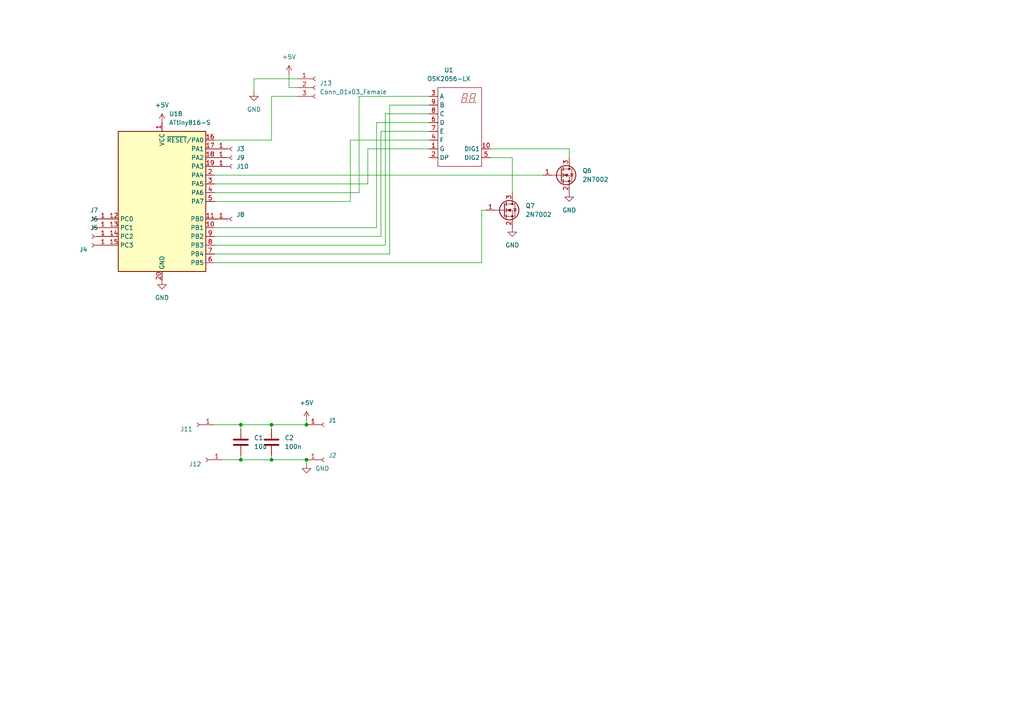
<source format=kicad_sch>
(kicad_sch (version 20211123) (generator eeschema)
  (paper "A4")
  (lib_symbols
    (symbol "Connector:Conn_01x01_Female" (pin_names (offset 1.016) hide)
      (property "Reference" "J" (at 0 2.54 0))
      (property "Value" "Conn_01x01_Female" (at 0 -2.54 0))
      (symbol "Conn_01x01_Female_1_1"
        (polyline (pts (xy -1.27 0) (xy -0.508 0)) (stroke (width 0.1524)))
        (arc (start 0 0.508) (mid -0.508 0) (end 0 -0.508) (stroke (width 0.1524)))
        (pin passive line (at -5.08 0 0) (length 3.81) (name "Pin_1") (number "1"))
      )
    )
    (symbol "Connector:Conn_01x03_Female" (pin_names (offset 1.016) hide)
      (property "Reference" "J" (at 0 5.08 0))
      (property "Value" "Conn_01x03_Female" (at 0 -5.08 0))
      (symbol "Conn_01x03_Female_1_1"
        (arc (start 0 -2.032) (mid -0.508 -2.54) (end 0 -3.048) (stroke (width 0.1524)))
        (polyline (pts (xy -1.27 -2.54) (xy -0.508 -2.54)) (stroke (width 0.1524)))
        (polyline (pts (xy -1.27 0) (xy -0.508 0)) (stroke (width 0.1524)))
        (polyline (pts (xy -1.27 2.54) (xy -0.508 2.54)) (stroke (width 0.1524)))
        (arc (start 0 0.508) (mid -0.508 0) (end 0 -0.508) (stroke (width 0.1524)))
        (arc (start 0 3.048) (mid -0.508 2.54) (end 0 2.032) (stroke (width 0.1524)))
        (pin passive line (at -5.08 2.54 0) (length 3.81) (name "Pin_1") (number "1"))
        (pin passive line (at -5.08 0 0) (length 3.81) (name "Pin_2") (number "2"))
        (pin passive line (at -5.08 -2.54 0) (length 3.81) (name "Pin_3") (number "3"))
      )
    )
    (symbol "Device:C" (pin_numbers hide) (pin_names (offset 0.254))
      (property "Reference" "C" (at 0.635 2.54 0))
      (property "Value" "C" (at 0.635 -2.54 0))
      (symbol "C_0_1"
        (polyline (pts (xy -2.032 -0.762) (xy 2.032 -0.762)) (stroke (width 0.508)))
        (polyline (pts (xy -2.032 0.762) (xy 2.032 0.762)) (stroke (width 0.508)))
      )
      (symbol "C_1_1"
        (pin passive line (at 0 3.81 270) (length 2.794) (name "~") (number "1"))
        (pin passive line (at 0 -3.81 90) (length 2.794) (name "~") (number "2"))
      )
    )
    (symbol "Display_Character:OSK2056-LX"
      (property "Reference" "U" (at 4.064 3.556 0))
      (property "Value" "OSK2056-LX" (at 8.89 -21.59 0))
      (symbol "OSK2056-LX_0_1"
        (polyline (pts (xy -3.81 -30.48) (xy -3.81 -30.48)))
        (polyline (pts (xy -3.81 -30.48) (xy -3.81 -30.48)))
        (polyline (pts (xy -3.81 -30.48) (xy -3.81 -30.48)))
        (polyline (pts (xy -3.81 -30.48) (xy -3.81 -30.48)))
        (polyline (pts (xy -3.81 -30.48) (xy -3.81 -30.48)))
        (polyline (pts (xy -3.81 -30.48) (xy -3.81 -30.48)))
        (polyline (pts (xy -3.81 -30.48) (xy -3.81 -30.48)))
        (polyline (pts (xy -3.81 -30.48) (xy -3.81 -30.48)))
        (polyline (pts (xy -3.81 -30.48) (xy -3.81 -30.48)))
        (polyline (pts (xy -3.81 -30.48) (xy -3.81 -30.48)))
        (polyline (pts (xy 2.54 1.27) (xy 2.54 1.27)))
        (polyline (pts (xy 9.398 -1.778) (xy 10.668 -1.778)))
        (polyline (pts (xy 9.652 -0.762) (xy 9.398 -1.524)))
        (polyline (pts (xy 9.652 -0.508) (xy 10.922 -0.508)))
        (polyline (pts (xy 9.906 0.508) (xy 9.652 -0.254)))
        (polyline (pts (xy 9.906 0.762) (xy 11.176 0.762)))
        (polyline (pts (xy 10.922 -0.762) (xy 10.668 -1.524)))
        (polyline (pts (xy 11.176 0.508) (xy 10.922 -0.254)))
        (polyline (pts (xy 11.684 -1.778) (xy 12.954 -1.778)))
        (polyline (pts (xy 11.938 -0.762) (xy 11.684 -1.524)))
        (polyline (pts (xy 11.938 -0.508) (xy 13.208 -0.508)))
        (polyline (pts (xy 12.192 0.508) (xy 11.938 -0.254)))
        (polyline (pts (xy 12.192 0.762) (xy 13.462 0.762)))
        (polyline (pts (xy 13.208 -0.762) (xy 12.954 -1.524)))
        (polyline (pts (xy 13.462 0.508) (xy 13.208 -0.254)))
        (polyline (pts (xy 2.54 2.54) (xy 2.54 -20.32) (xy 15.24 -20.32) (xy 15.24 2.54) (xy 2.54 2.54)))
        (circle (center 11.176 -1.778) (radius 0.0001))
        (circle (center 13.462 -1.778) (radius 0.0001))
      )
      (symbol "OSK2056-LX_1_1"
        (pin input line (at 0 -15.24 0) (length 2.54) (name "G") (number "1"))
        (pin input line (at 17.78 -15.24 180) (length 2.54) (name "DIG1") (number "10"))
        (pin input line (at 0 -17.78 0) (length 2.54) (name "DP") (number "2"))
        (pin input line (at 0 0 0) (length 2.54) (name "A") (number "3"))
        (pin input line (at 0 -12.7 0) (length 2.54) (name "F") (number "4"))
        (pin input line (at 17.78 -17.78 180) (length 2.54) (name "DIG2") (number "5"))
        (pin input line (at 0 -7.62 0) (length 2.54) (name "D") (number "6"))
        (pin input line (at 0 -10.16 0) (length 2.54) (name "E") (number "7"))
        (pin input line (at 0 -5.08 0) (length 2.54) (name "C") (number "8"))
        (pin input line (at 0 -2.54 0) (length 2.54) (name "B") (number "9"))
      )
    )
    (symbol "MCU_Microchip_ATtiny:ATtiny816-S"
      (property "Reference" "U" (at -12.7 21.59 0))
      (property "Value" "ATtiny816-S" (at 2.54 -21.59 0))
      (symbol "ATtiny816-S_0_1"
        (rectangle (start -12.7 -20.32) (end 12.7 20.32) (stroke (width 0.254)) (fill (type background)))
      )
      (symbol "ATtiny816-S_1_1"
        (pin power_in line (at 0 22.86 270) (length 2.54) (name "VCC") (number "1"))
        (pin bidirectional line (at 15.24 -7.62 180) (length 2.54) (name "PB1") (number "10"))
        (pin bidirectional line (at 15.24 -5.08 180) (length 2.54) (name "PB0") (number "11"))
        (pin bidirectional line (at -15.24 -5.08 0) (length 2.54) (name "PC0") (number "12"))
        (pin bidirectional line (at -15.24 -7.62 0) (length 2.54) (name "PC1") (number "13"))
        (pin bidirectional line (at -15.24 -10.16 0) (length 2.54) (name "PC2") (number "14"))
        (pin bidirectional line (at -15.24 -12.7 0) (length 2.54) (name "PC3") (number "15"))
        (pin bidirectional line (at 15.24 17.78 180) (length 2.54) (name "~{RESET}/PA0") (number "16"))
        (pin bidirectional line (at 15.24 15.24 180) (length 2.54) (name "PA1") (number "17"))
        (pin bidirectional line (at 15.24 12.7 180) (length 2.54) (name "PA2") (number "18"))
        (pin bidirectional line (at 15.24 10.16 180) (length 2.54) (name "PA3") (number "19"))
        (pin bidirectional line (at 15.24 7.62 180) (length 2.54) (name "PA4") (number "2"))
        (pin power_in line (at 0 -22.86 90) (length 2.54) (name "GND") (number "20"))
        (pin bidirectional line (at 15.24 5.08 180) (length 2.54) (name "PA5") (number "3"))
        (pin bidirectional line (at 15.24 2.54 180) (length 2.54) (name "PA6") (number "4"))
        (pin bidirectional line (at 15.24 0 180) (length 2.54) (name "PA7") (number "5"))
        (pin bidirectional line (at 15.24 -17.78 180) (length 2.54) (name "PB5") (number "6"))
        (pin bidirectional line (at 15.24 -15.24 180) (length 2.54) (name "PB4") (number "7"))
        (pin bidirectional line (at 15.24 -12.7 180) (length 2.54) (name "PB3") (number "8"))
        (pin bidirectional line (at 15.24 -10.16 180) (length 2.54) (name "PB2") (number "9"))
      )
    )
    (symbol "Transistor_FET:2N7002" (pin_names hide)
      (property "Reference" "Q" (at 5.08 1.905 0))
      (property "Value" "2N7002" (at 5.08 0 0))
      (symbol "2N7002_0_1"
        (polyline (pts (xy 0.254 0) (xy -2.54 0)))
        (polyline (pts (xy 0.254 1.905) (xy 0.254 -1.905)) (stroke (width 0.254)))
        (polyline (pts (xy 0.762 -1.27) (xy 0.762 -2.286)) (stroke (width 0.254)))
        (polyline (pts (xy 0.762 0.508) (xy 0.762 -0.508)) (stroke (width 0.254)))
        (polyline (pts (xy 0.762 2.286) (xy 0.762 1.27)) (stroke (width 0.254)))
        (polyline (pts (xy 2.54 2.54) (xy 2.54 1.778)))
        (polyline (pts (xy 2.54 -2.54) (xy 2.54 0) (xy 0.762 0)))
        (polyline (pts (xy 0.762 -1.778) (xy 3.302 -1.778) (xy 3.302 1.778) (xy 0.762 1.778)))
        (polyline (pts (xy 1.016 0) (xy 2.032 0.381) (xy 2.032 -0.381) (xy 1.016 0)) (fill (type outline)))
        (polyline (pts (xy 2.794 0.508) (xy 2.921 0.381) (xy 3.683 0.381) (xy 3.81 0.254)))
        (polyline (pts (xy 3.302 0.381) (xy 2.921 -0.254) (xy 3.683 -0.254) (xy 3.302 0.381)))
        (circle (center 1.651 0) (radius 2.794) (stroke (width 0.254)))
        (circle (center 2.54 -1.778) (radius 0.254) (fill (type outline)))
        (circle (center 2.54 1.778) (radius 0.254) (fill (type outline)))
      )
      (symbol "2N7002_1_1"
        (pin input line (at -5.08 0 0) (length 2.54) (name "G") (number "1"))
        (pin passive line (at 2.54 -5.08 90) (length 2.54) (name "S") (number "2"))
        (pin passive line (at 2.54 5.08 270) (length 2.54) (name "D") (number "3"))
      )
    )
    (symbol "power:+5V" (power) (pin_names (offset 0))
      (property "Value" "+5V" (at 0 3.556 0))
      (symbol "+5V_0_1"
        (polyline (pts (xy -0.762 1.27) (xy 0 2.54)))
        (polyline (pts (xy 0 0) (xy 0 2.54)))
        (polyline (pts (xy 0 2.54) (xy 0.762 1.27)))
      )
      (symbol "+5V_1_1"
        (pin power_in line (at 0 0 90) (length 0) hide (name "+5V") (number "1"))
      )
    )
    (symbol "power:GND" (power) (pin_names (offset 0))
      (property "Value" "GND" (at 0 -3.81 0))
      (symbol "GND_0_1"
        (polyline (pts (xy 0 0) (xy 0 -1.27) (xy 1.27 -1.27) (xy 0 -2.54) (xy -1.27 -1.27) (xy 0 -1.27)))
      )
      (symbol "GND_1_1"
        (pin power_in line (at 0 0 270) (length 0) hide (name "GND") (number "1"))
      )
    )
  )
  (junction (at 78.74 133.35))
  (junction (at 88.9 123.19))
  (junction (at 69.85 133.35))
  (junction (at 88.9 133.35))
  (junction (at 69.85 123.19))
  (junction (at 78.74 123.19))
  (wire (pts (xy 142.24 43.18) (xy 165.1 43.18)))
  (wire (pts (xy 104.14 27.94) (xy 124.46 27.94)))
  (wire (pts (xy 124.46 40.64) (xy 101.6 40.64)))
  (wire (pts (xy 111.76 33.02) (xy 124.46 33.02)))
  (wire (pts (xy 62.23 50.8) (xy 157.48 50.8)))
  (wire (pts (xy 69.85 133.35) (xy 78.74 133.35)))
  (wire (pts (xy 111.76 71.12) (xy 111.76 33.02)))
  (wire (pts (xy 109.22 66.04) (xy 109.22 35.56)))
  (wire (pts (xy 106.68 53.34) (xy 62.23 53.34)))
  (wire (pts (xy 78.74 40.64) (xy 78.74 27.94)))
  (wire (pts (xy 62.23 76.2) (xy 139.7 76.2)))
  (wire (pts (xy 78.74 123.19) (xy 69.85 123.19)))
  (wire (pts (xy 69.85 123.19) (xy 69.85 124.46)))
  (wire (pts (xy 113.03 30.48) (xy 113.03 73.66)))
  (wire (pts (xy 78.74 133.35) (xy 88.9 133.35)))
  (wire (pts (xy 148.59 55.88) (xy 148.59 45.72)))
  (wire (pts (xy 62.23 55.88) (xy 104.14 55.88)))
  (wire (pts (xy 62.23 123.19) (xy 69.85 123.19)))
  (wire (pts (xy 165.1 43.18) (xy 165.1 45.72)))
  (wire (pts (xy 69.85 132.08) (xy 69.85 133.35)))
  (wire (pts (xy 139.7 60.96) (xy 140.97 60.96)))
  (wire (pts (xy 139.7 76.2) (xy 139.7 60.96)))
  (wire (pts (xy 62.23 66.04) (xy 109.22 66.04)))
  (wire (pts (xy 62.23 40.64) (xy 78.74 40.64)))
  (wire (pts (xy 113.03 73.66) (xy 62.23 73.66)))
  (wire (pts (xy 86.36 22.86) (xy 73.66 22.86)))
  (wire (pts (xy 101.6 40.64) (xy 101.6 58.42)))
  (wire (pts (xy 73.66 22.86) (xy 73.66 26.67)))
  (wire (pts (xy 101.6 58.42) (xy 62.23 58.42)))
  (wire (pts (xy 83.82 25.4) (xy 83.82 21.59)))
  (wire (pts (xy 78.74 123.19) (xy 78.74 124.46)))
  (wire (pts (xy 88.9 121.92) (xy 88.9 123.19)))
  (wire (pts (xy 88.9 133.35) (xy 88.9 134.62)))
  (wire (pts (xy 104.14 55.88) (xy 104.14 27.94)))
  (wire (pts (xy 110.49 38.1) (xy 110.49 68.58)))
  (wire (pts (xy 106.68 43.18) (xy 106.68 53.34)))
  (wire (pts (xy 124.46 43.18) (xy 106.68 43.18)))
  (wire (pts (xy 124.46 38.1) (xy 110.49 38.1)))
  (wire (pts (xy 109.22 35.56) (xy 124.46 35.56)))
  (wire (pts (xy 86.36 25.4) (xy 83.82 25.4)))
  (wire (pts (xy 64.77 133.35) (xy 69.85 133.35)))
  (wire (pts (xy 124.46 30.48) (xy 113.03 30.48)))
  (wire (pts (xy 78.74 132.08) (xy 78.74 133.35)))
  (wire (pts (xy 110.49 68.58) (xy 62.23 68.58)))
  (wire (pts (xy 142.24 45.72) (xy 148.59 45.72)))
  (wire (pts (xy 78.74 27.94) (xy 86.36 27.94)))
  (wire (pts (xy 62.23 71.12) (xy 111.76 71.12)))
  (wire (pts (xy 88.9 123.19) (xy 78.74 123.19)))
  (symbol (lib_id "Transistor_FET:2N7002") (at 162.56 50.8 0) (unit 1)
    (property "Reference" "Q6" (at 168.91 49.5299 0) (effects (justify left)))
    (property "Value" "2N7002" (at 168.91 52.0699 0) (effects (justify left)))
    (property "Footprint" "Package_TO_SOT_SMD:SOT-23" (effects hide))
    (property "Datasheet" "https://www.onsemi.com/pub/Collateral/NDS7002A-D.PDF" (effects hide))
  )
  (symbol (lib_id "power:+5V") (at 83.82 21.59 0) (unit 1)
    (property "Reference" "#PWR0108" (effects hide))
    (property "Value" "+5V" (at 83.82 16.51 0))
  )
  (symbol (lib_id "power:GND") (at 88.9 134.62 0) (unit 1)
    (property "Reference" "#PWR0106" (effects hide))
    (property "Value" "GND" (at 91.44 135.8899 0) (effects (justify left)))
  )
  (symbol (lib_id "Device:C") (at 78.74 128.27 0) (unit 1)
    (property "Reference" "C2" (at 82.55 126.9999 0) (effects (justify left)))
    (property "Value" "100n" (at 82.55 129.5399 0) (effects (justify left)))
    (property "Footprint" "Capacitor_SMD:C_0805_2012Metric_Pad1.18x1.45mm_HandSolder" (effects hide))
  )
  (symbol (lib_id "Connector:Conn_01x01_Female") (at 26.67 63.5 180) (unit 1)
    (property "Reference" "J7" (at 27.305 60.96 0))
    (property "Value" "Conn_01x01_Female" (effects hide))
    (property "Footprint" "Connector_PinHeader_2.54mm:PinHeader_1x01_P2.54mm_Vertical" (effects hide))
  )
  (symbol (lib_id "power:GND") (at 46.99 81.28 0) (unit 1)
    (property "Reference" "#PWR0103" (effects hide))
    (property "Value" "GND" (at 46.99 86.36 0))
  )
  (symbol (lib_id "Connector:Conn_01x01_Female") (at 26.67 71.12 180) (unit 1)
    (property "Reference" "J4" (at 25.4 72.3901 0) (effects (justify left)))
    (property "Value" "Conn_01x01_Female" (effects hide))
    (property "Footprint" "Connector_PinHeader_2.54mm:PinHeader_1x01_P2.54mm_Vertical" (effects hide))
  )
  (symbol (lib_id "Connector:Conn_01x01_Female") (at 26.67 66.04 180) (unit 1)
    (property "Reference" "J6" (at 27.305 63.5 0))
    (property "Value" "Conn_01x01_Female" (effects hide))
    (property "Footprint" "Connector_PinHeader_2.54mm:PinHeader_1x01_P2.54mm_Vertical" (effects hide))
  )
  (symbol (lib_id "power:GND") (at 148.59 66.04 0) (unit 1)
    (property "Reference" "#PWR0101" (effects hide))
    (property "Value" "GND" (at 148.59 71.12 0))
  )
  (symbol (lib_id "Transistor_FET:2N7002") (at 146.05 60.96 0) (unit 1)
    (property "Reference" "Q7" (at 152.4 59.6899 0) (effects (justify left)))
    (property "Value" "2N7002" (at 152.4 62.2299 0) (effects (justify left)))
    (property "Footprint" "Package_TO_SOT_SMD:SOT-23" (effects hide))
    (property "Datasheet" "https://www.onsemi.com/pub/Collateral/NDS7002A-D.PDF" (effects hide))
  )
  (symbol (lib_id "Connector:Conn_01x01_Female") (at 93.98 123.19 0) (unit 1)
    (property "Reference" "J1" (at 95.25 121.9199 0) (effects (justify left)))
    (property "Value" "Conn_01x01_Female" (effects hide))
    (property "Footprint" "Connector_PinHeader_2.54mm:PinHeader_1x01_P2.54mm_Vertical" (effects hide))
  )
  (symbol (lib_id "Device:C") (at 69.85 128.27 0) (unit 1)
    (property "Reference" "C1" (at 73.66 126.9999 0) (effects (justify left)))
    (property "Value" "10u" (at 73.66 129.5399 0) (effects (justify left)))
    (property "Footprint" "Capacitor_SMD:C_0805_2012Metric_Pad1.18x1.45mm_HandSolder" (effects hide))
  )
  (symbol (lib_id "Connector:Conn_01x01_Female") (at 67.31 63.5 0) (unit 1)
    (property "Reference" "J8" (at 68.58 62.2299 0) (effects (justify left)))
    (property "Value" "Conn_01x01_Female" (effects hide))
    (property "Footprint" "Connector_PinHeader_2.54mm:PinHeader_1x01_P2.54mm_Vertical" (effects hide))
  )
  (symbol (lib_id "Connector:Conn_01x03_Female") (at 91.44 25.4 0) (unit 1)
    (property "Reference" "J13" (at 92.71 24.1299 0) (effects (justify left)))
    (property "Value" "Conn_01x03_Female" (at 92.71 26.6699 0) (effects (justify left)))
    (property "Footprint" "Connector_PinSocket_2.54mm:PinSocket_1x03_P2.54mm_Vertical" (effects hide))
  )
  (symbol (lib_id "Connector:Conn_01x01_Female") (at 26.67 68.58 180) (unit 1)
    (property "Reference" "J5" (at 27.305 66.04 0))
    (property "Value" "Conn_01x01_Female" (effects hide))
    (property "Footprint" "Connector_PinHeader_2.54mm:PinHeader_1x01_P2.54mm_Vertical" (effects hide))
  )
  (symbol (lib_id "Connector:Conn_01x01_Female") (at 67.31 45.72 0) (unit 1)
    (property "Reference" "J9" (at 68.58 45.72 0) (effects (justify left)))
    (property "Value" "Conn_01x01_Female" (effects hide))
    (property "Footprint" "Connector_PinHeader_2.54mm:PinHeader_1x01_P2.54mm_Vertical" (effects hide))
  )
  (symbol (lib_id "power:+5V") (at 88.9 121.92 0) (unit 1)
    (property "Reference" "#PWR0105" (effects hide))
    (property "Value" "+5V" (at 88.9 116.84 0))
  )
  (symbol (lib_id "power:GND") (at 73.66 26.67 0) (unit 1)
    (property "Reference" "#PWR0107" (effects hide))
    (property "Value" "GND" (at 73.66 31.75 0))
  )
  (symbol (lib_id "Connector:Conn_01x01_Female") (at 59.69 133.35 180) (unit 1)
    (property "Reference" "J12" (at 58.42 134.6201 0) (effects (justify left)))
    (property "Value" "Conn_01x01_Female" (effects hide))
    (property "Footprint" "Connector_PinHeader_2.54mm:PinHeader_1x01_P2.54mm_Vertical" (effects hide))
  )
  (symbol (lib_id "Connector:Conn_01x01_Female") (at 67.31 48.26 0) (unit 1)
    (property "Reference" "J10" (at 68.58 48.26 0) (effects (justify left)))
    (property "Value" "Conn_01x01_Female" (effects hide))
    (property "Footprint" "Connector_PinHeader_2.54mm:PinHeader_1x01_P2.54mm_Vertical" (effects hide))
  )
  (symbol (lib_id "MCU_Microchip_ATtiny:ATtiny816-S") (at 46.99 58.42 0) (unit 1)
    (property "Reference" "U18" (at 49.0094 33.02 0) (effects (justify left)))
    (property "Value" "ATtiny816-S" (at 49.0094 35.56 0) (effects (justify left)))
    (property "Footprint" "Package_SO:SOIC-20W_7.5x12.8mm_P1.27mm" (effects hide))
    (property "Datasheet" "http://ww1.microchip.com/downloads/en/DeviceDoc/40001913A.pdf" (effects hide))
  )
  (symbol (lib_id "Connector:Conn_01x01_Female") (at 93.98 133.35 0) (unit 1)
    (property "Reference" "J2" (at 95.25 132.0799 0) (effects (justify left)))
    (property "Value" "Conn_01x01_Female" (effects hide))
    (property "Footprint" "Connector_PinHeader_2.54mm:PinHeader_1x01_P2.54mm_Vertical" (effects hide))
  )
  (symbol (lib_id "Connector:Conn_01x01_Female") (at 57.15 123.19 180) (unit 1)
    (property "Reference" "J11" (at 55.88 124.4601 0) (effects (justify left)))
    (property "Value" "Conn_01x01_Female" (effects hide))
    (property "Footprint" "Connector_PinHeader_2.54mm:PinHeader_1x01_P2.54mm_Vertical" (effects hide))
  )
  (symbol (lib_id "Display_Character:OSK2056-LX") (at 124.46 27.94 0) (unit 1)
    (property "Reference" "U1" (at 130.175 20.32 0))
    (property "Value" "OSK2056-LX" (at 130.175 22.86 0))
    (property "Footprint" "Display_7Segment:OSK2056" (effects hide))
    (property "Datasheet" "https://www.tme.eu/Document/e0d9824b0adf05968d7839400ea5cbba/osk2056a-xx.pdf" (effects hide))
  )
  (symbol (lib_id "Connector:Conn_01x01_Female") (at 67.31 43.18 0) (unit 1)
    (property "Reference" "J3" (at 68.58 43.18 0) (effects (justify left)))
    (property "Value" "Conn_01x01_Female" (effects hide))
    (property "Footprint" "Connector_PinHeader_2.54mm:PinHeader_1x01_P2.54mm_Vertical" (effects hide))
  )
  (symbol (lib_id "power:GND") (at 165.1 55.88 0) (unit 1)
    (property "Reference" "#PWR0102" (effects hide))
    (property "Value" "GND" (at 165.1 60.96 0))
  )
  (symbol (lib_id "power:+5V") (at 46.99 35.56 0) (unit 1)
    (property "Reference" "#PWR0104" (effects hide))
    (property "Value" "+5V" (at 46.99 30.48 0))
  )
)
</source>
